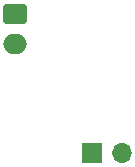
<source format=gbr>
%TF.GenerationSoftware,KiCad,Pcbnew,8.0.5*%
%TF.CreationDate,2025-11-11T23:33:08+01:00*%
%TF.ProjectId,TPS61221DCKx ( fixed output ),54505336-3132-4323-9144-434b78202820,rev?*%
%TF.SameCoordinates,Original*%
%TF.FileFunction,Soldermask,Top*%
%TF.FilePolarity,Negative*%
%FSLAX46Y46*%
G04 Gerber Fmt 4.6, Leading zero omitted, Abs format (unit mm)*
G04 Created by KiCad (PCBNEW 8.0.5) date 2025-11-11 23:33:08*
%MOMM*%
%LPD*%
G01*
G04 APERTURE LIST*
G04 Aperture macros list*
%AMRoundRect*
0 Rectangle with rounded corners*
0 $1 Rounding radius*
0 $2 $3 $4 $5 $6 $7 $8 $9 X,Y pos of 4 corners*
0 Add a 4 corners polygon primitive as box body*
4,1,4,$2,$3,$4,$5,$6,$7,$8,$9,$2,$3,0*
0 Add four circle primitives for the rounded corners*
1,1,$1+$1,$2,$3*
1,1,$1+$1,$4,$5*
1,1,$1+$1,$6,$7*
1,1,$1+$1,$8,$9*
0 Add four rect primitives between the rounded corners*
20,1,$1+$1,$2,$3,$4,$5,0*
20,1,$1+$1,$4,$5,$6,$7,0*
20,1,$1+$1,$6,$7,$8,$9,0*
20,1,$1+$1,$8,$9,$2,$3,0*%
G04 Aperture macros list end*
%ADD10RoundRect,0.250000X-0.750000X0.600000X-0.750000X-0.600000X0.750000X-0.600000X0.750000X0.600000X0*%
%ADD11O,2.000000X1.700000*%
%ADD12R,1.700000X1.700000*%
%ADD13O,1.700000X1.700000*%
G04 APERTURE END LIST*
D10*
%TO.C,BT1*%
X140437500Y-100043750D03*
D11*
X140437500Y-102543750D03*
%TD*%
D12*
%TO.C,J1*%
X146937500Y-111793750D03*
D13*
X149477500Y-111793750D03*
%TD*%
M02*

</source>
